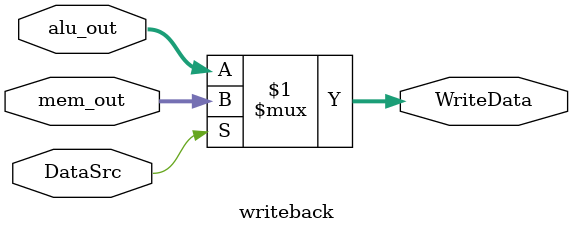
<source format=v>
module writeback(alu_out, mem_out, DataSrc, WriteData);
	input [15:0] alu_out, mem_out;
	input DataSrc;
	output [15:0] WriteData;

	assign WriteData = DataSrc ? mem_out : alu_out;
endmodule

</source>
